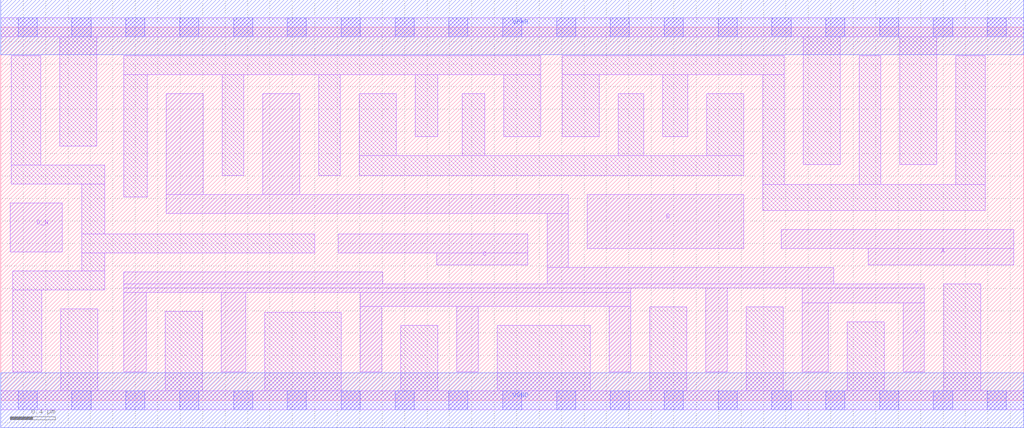
<source format=lef>
# Copyright 2020 The SkyWater PDK Authors
#
# Licensed under the Apache License, Version 2.0 (the "License");
# you may not use this file except in compliance with the License.
# You may obtain a copy of the License at
#
#     https://www.apache.org/licenses/LICENSE-2.0
#
# Unless required by applicable law or agreed to in writing, software
# distributed under the License is distributed on an "AS IS" BASIS,
# WITHOUT WARRANTIES OR CONDITIONS OF ANY KIND, either express or implied.
# See the License for the specific language governing permissions and
# limitations under the License.
#
# SPDX-License-Identifier: Apache-2.0

VERSION 5.7 ;
  NAMESCASESENSITIVE ON ;
  NOWIREEXTENSIONATPIN ON ;
  DIVIDERCHAR "/" ;
  BUSBITCHARS "[]" ;
UNITS
  DATABASE MICRONS 200 ;
END UNITS
MACRO sky130_fd_sc_lp__nor4b_4
  CLASS CORE ;
  SOURCE USER ;
  FOREIGN sky130_fd_sc_lp__nor4b_4 ;
  ORIGIN  0.000000  0.000000 ;
  SIZE  9.120000 BY  3.330000 ;
  SYMMETRY X Y R90 ;
  SITE unit ;
  PIN A
    ANTENNAGATEAREA  1.260000 ;
    DIRECTION INPUT ;
    USE SIGNAL ;
    PORT
      LAYER li1 ;
        RECT 6.960000 1.355000 9.030000 1.525000 ;
        RECT 7.735000 1.210000 9.030000 1.355000 ;
    END
  END A
  PIN B
    ANTENNAGATEAREA  1.260000 ;
    DIRECTION INPUT ;
    USE SIGNAL ;
    PORT
      LAYER li1 ;
        RECT 5.230000 1.355000 6.625000 1.835000 ;
    END
  END B
  PIN C
    ANTENNAGATEAREA  1.260000 ;
    DIRECTION INPUT ;
    USE SIGNAL ;
    PORT
      LAYER li1 ;
        RECT 3.010000 1.315000 4.700000 1.485000 ;
        RECT 3.885000 1.210000 4.700000 1.315000 ;
    END
  END C
  PIN D_N
    ANTENNAGATEAREA  0.315000 ;
    DIRECTION INPUT ;
    USE SIGNAL ;
    PORT
      LAYER li1 ;
        RECT 0.085000 1.325000 0.550000 1.760000 ;
    END
  END D_N
  PIN Y
    ANTENNADIFFAREA  2.612400 ;
    DIRECTION OUTPUT ;
    USE SIGNAL ;
    PORT
      LAYER li1 ;
        RECT 1.095000 0.255000 1.295000 0.965000 ;
        RECT 1.095000 0.965000 5.615000 1.005000 ;
        RECT 1.095000 1.005000 8.235000 1.040000 ;
        RECT 1.095000 1.040000 3.405000 1.145000 ;
        RECT 1.475000 1.665000 5.060000 1.835000 ;
        RECT 1.475000 1.835000 1.805000 2.735000 ;
        RECT 1.965000 0.255000 2.185000 0.965000 ;
        RECT 2.335000 1.835000 2.665000 2.735000 ;
        RECT 3.205000 0.255000 3.395000 0.840000 ;
        RECT 3.205000 0.840000 5.615000 0.965000 ;
        RECT 4.065000 0.255000 4.255000 0.840000 ;
        RECT 4.870000 1.040000 7.425000 1.185000 ;
        RECT 4.870000 1.185000 5.060000 1.665000 ;
        RECT 5.425000 0.255000 5.615000 0.840000 ;
        RECT 6.285000 0.255000 6.475000 1.005000 ;
        RECT 7.145000 0.255000 7.375000 0.870000 ;
        RECT 7.145000 0.870000 8.235000 1.005000 ;
        RECT 8.045000 0.255000 8.235000 0.870000 ;
    END
  END Y
  PIN VGND
    DIRECTION INOUT ;
    USE GROUND ;
    PORT
      LAYER met1 ;
        RECT 0.000000 -0.245000 9.120000 0.245000 ;
    END
  END VGND
  PIN VPWR
    DIRECTION INOUT ;
    USE POWER ;
    PORT
      LAYER met1 ;
        RECT 0.000000 3.085000 9.120000 3.575000 ;
    END
  END VPWR
  OBS
    LAYER li1 ;
      RECT 0.000000 -0.085000 9.120000 0.085000 ;
      RECT 0.000000  3.245000 9.120000 3.415000 ;
      RECT 0.095000  1.930000 0.925000 2.100000 ;
      RECT 0.095000  2.100000 0.355000 3.075000 ;
      RECT 0.105000  0.255000 0.365000 0.985000 ;
      RECT 0.105000  0.985000 0.925000 1.155000 ;
      RECT 0.525000  2.270000 0.855000 3.245000 ;
      RECT 0.535000  0.085000 0.865000 0.815000 ;
      RECT 0.720000  1.155000 0.925000 1.315000 ;
      RECT 0.720000  1.315000 2.800000 1.485000 ;
      RECT 0.720000  1.485000 0.925000 1.930000 ;
      RECT 1.095000  1.815000 1.305000 2.905000 ;
      RECT 1.095000  2.905000 4.815000 3.075000 ;
      RECT 1.465000  0.085000 1.795000 0.795000 ;
      RECT 1.975000  2.005000 2.165000 2.905000 ;
      RECT 2.355000  0.085000 3.035000 0.785000 ;
      RECT 2.835000  2.005000 3.025000 2.905000 ;
      RECT 3.195000  2.005000 6.625000 2.185000 ;
      RECT 3.195000  2.185000 3.525000 2.735000 ;
      RECT 3.565000  0.085000 3.895000 0.670000 ;
      RECT 3.695000  2.355000 3.895000 2.905000 ;
      RECT 4.115000  2.185000 4.315000 2.735000 ;
      RECT 4.425000  0.085000 5.255000 0.670000 ;
      RECT 4.485000  2.355000 4.815000 2.905000 ;
      RECT 5.005000  2.355000 5.335000 2.905000 ;
      RECT 5.005000  2.905000 6.985000 3.075000 ;
      RECT 5.505000  2.185000 5.730000 2.735000 ;
      RECT 5.785000  0.085000 6.115000 0.835000 ;
      RECT 5.900000  2.355000 6.125000 2.905000 ;
      RECT 6.295000  2.185000 6.625000 2.735000 ;
      RECT 6.645000  0.085000 6.975000 0.835000 ;
      RECT 6.795000  1.695000 8.775000 1.925000 ;
      RECT 6.795000  1.925000 6.985000 2.905000 ;
      RECT 7.155000  2.105000 7.485000 3.245000 ;
      RECT 7.545000  0.085000 7.875000 0.700000 ;
      RECT 7.655000  1.925000 7.845000 3.075000 ;
      RECT 8.015000  2.105000 8.345000 3.245000 ;
      RECT 8.405000  0.085000 8.735000 1.040000 ;
      RECT 8.515000  1.925000 8.775000 3.075000 ;
    LAYER mcon ;
      RECT 0.155000 -0.085000 0.325000 0.085000 ;
      RECT 0.155000  3.245000 0.325000 3.415000 ;
      RECT 0.635000 -0.085000 0.805000 0.085000 ;
      RECT 0.635000  3.245000 0.805000 3.415000 ;
      RECT 1.115000 -0.085000 1.285000 0.085000 ;
      RECT 1.115000  3.245000 1.285000 3.415000 ;
      RECT 1.595000 -0.085000 1.765000 0.085000 ;
      RECT 1.595000  3.245000 1.765000 3.415000 ;
      RECT 2.075000 -0.085000 2.245000 0.085000 ;
      RECT 2.075000  3.245000 2.245000 3.415000 ;
      RECT 2.555000 -0.085000 2.725000 0.085000 ;
      RECT 2.555000  3.245000 2.725000 3.415000 ;
      RECT 3.035000 -0.085000 3.205000 0.085000 ;
      RECT 3.035000  3.245000 3.205000 3.415000 ;
      RECT 3.515000 -0.085000 3.685000 0.085000 ;
      RECT 3.515000  3.245000 3.685000 3.415000 ;
      RECT 3.995000 -0.085000 4.165000 0.085000 ;
      RECT 3.995000  3.245000 4.165000 3.415000 ;
      RECT 4.475000 -0.085000 4.645000 0.085000 ;
      RECT 4.475000  3.245000 4.645000 3.415000 ;
      RECT 4.955000 -0.085000 5.125000 0.085000 ;
      RECT 4.955000  3.245000 5.125000 3.415000 ;
      RECT 5.435000 -0.085000 5.605000 0.085000 ;
      RECT 5.435000  3.245000 5.605000 3.415000 ;
      RECT 5.915000 -0.085000 6.085000 0.085000 ;
      RECT 5.915000  3.245000 6.085000 3.415000 ;
      RECT 6.395000 -0.085000 6.565000 0.085000 ;
      RECT 6.395000  3.245000 6.565000 3.415000 ;
      RECT 6.875000 -0.085000 7.045000 0.085000 ;
      RECT 6.875000  3.245000 7.045000 3.415000 ;
      RECT 7.355000 -0.085000 7.525000 0.085000 ;
      RECT 7.355000  3.245000 7.525000 3.415000 ;
      RECT 7.835000 -0.085000 8.005000 0.085000 ;
      RECT 7.835000  3.245000 8.005000 3.415000 ;
      RECT 8.315000 -0.085000 8.485000 0.085000 ;
      RECT 8.315000  3.245000 8.485000 3.415000 ;
      RECT 8.795000 -0.085000 8.965000 0.085000 ;
      RECT 8.795000  3.245000 8.965000 3.415000 ;
  END
END sky130_fd_sc_lp__nor4b_4

</source>
